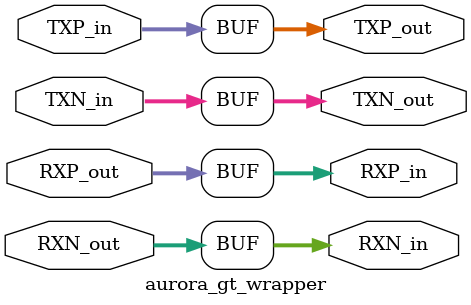
<source format=v>

module aurora_tx_arb(
    input [3:0] tx_signal,

    output tx_lane_1,
    output tx_lane_2,
    output tx_lane_3,
    output tx_lane_4
);

    assign tx_lane_1 = tx_signal[0];
    assign tx_lane_2 = tx_signal[1];
    assign tx_lane_3 = tx_signal[2];
    assign tx_lane_4 = tx_signal[3];
endmodule

module aurora_rx_arb(
    input rx_lane_1,
    input rx_lane_2,
    input rx_lane_3,
    input rx_lane_4,

    output [3:0] rx_signal
);

    assign rx_signal = {rx_lane_4, rx_lane_3, rx_lane_2, rx_lane_1};
endmodule

module aurora_gt_wrapper(
    RXP_in,
    RXN_in,

    RXP_out,
    RXN_out,

    TXP_in,
    TXN_in,

    TXP_out,
    TXN_out
);

(* X_INTERFACE_PARAMETER = "XIL_INTERFACENAME QSFP_GT" *)
(* X_INTERFACE_INFO = "xilinx.com:interface:gt_rtl:1.0 QSFP_GT GTX_N" *) output[3:0] TXP_out;
(* X_INTERFACE_INFO = "xilinx.com:interface:gt_rtl:1.0 QSFP_GT GTX_P" *) output[3:0] TXN_out;
(* X_INTERFACE_INFO = "xilinx.com:interface:gt_rtl:1.0 QSFP_GT GRX_N" *) input[3:0] RXN_out;
(* X_INTERFACE_INFO = "xilinx.com:interface:gt_rtl:1.0 QSFP_GT GRX_P" *) input[3:0] RXP_out;


output [3:0] RXP_in;
output [3:0] RXN_in;

input [3:0] TXP_in;
input [3:0] TXN_in;

assign RXP_in = RXP_out;
assign RXN_in = RXN_out;

assign TXP_out = TXP_in;
assign TXN_out = TXN_in;

endmodule
</source>
